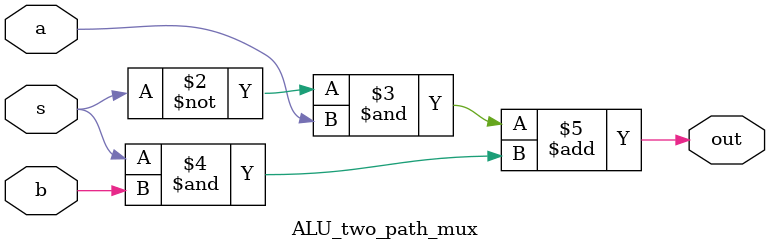
<source format=v>
module ALU_two_path_mux(a,b,s,out);
 
     input a;
     input b;
     input s;
    output reg out;
   
    always@(*)
      begin 
        out=((~s)&a)+(s&b);
      end
endmodule

</source>
